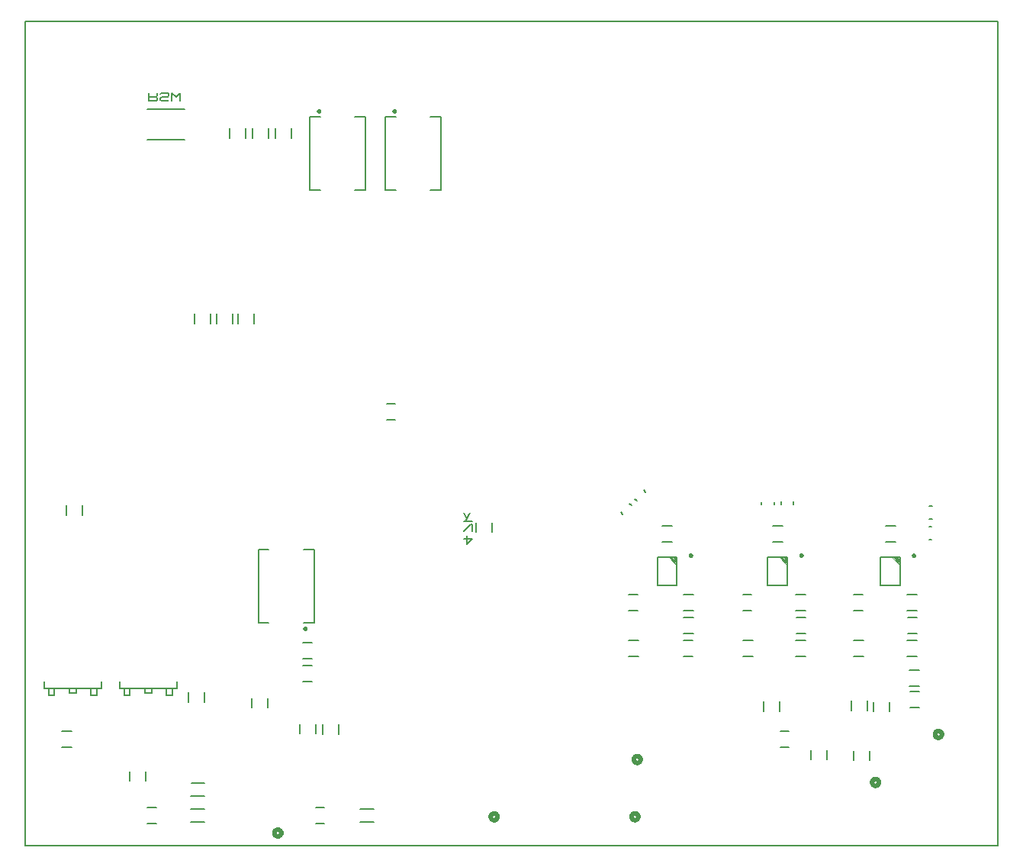
<source format=gbr>
G04 PROTEUS RS274X GERBER FILE*
%FSLAX45Y45*%
%MOMM*%
G01*
%ADD41C,0.203200*%
%ADD50C,0.200000*%
%ADD54C,0.250000*%
%ADD55C,0.100000*%
%ADD11C,0.508000*%
D41*
X-1079500Y-6413500D02*
X+9715500Y-6413500D01*
X+9715500Y+2730500D01*
X-1079500Y+2730500D01*
X-1079500Y-6413500D01*
D50*
X+3029200Y-1690200D02*
X+2929200Y-1690200D01*
X+3029200Y-1510200D02*
X+2929200Y-1510200D01*
D41*
X-235700Y-4597400D02*
X-235700Y-4673600D01*
X-870700Y-4673600D01*
X-870700Y-4597400D01*
X-515100Y-4673600D02*
X-515100Y-4724400D01*
X-591300Y-4724400D01*
X-591300Y-4673600D01*
X-286500Y-4673600D02*
X-286500Y-4749800D01*
X-350000Y-4749800D01*
X-350000Y-4673600D01*
X-819900Y-4673600D02*
X-819900Y-4749800D01*
X-756400Y-4749800D01*
X-756400Y-4673600D02*
X-756400Y-4749800D01*
X+602500Y-4597400D02*
X+602500Y-4673600D01*
X-32500Y-4673600D01*
X-32500Y-4597400D01*
X+323100Y-4673600D02*
X+323100Y-4724400D01*
X+246900Y-4724400D01*
X+246900Y-4673600D01*
X+551700Y-4673600D02*
X+551700Y-4749800D01*
X+488200Y-4749800D01*
X+488200Y-4673600D01*
X+18300Y-4673600D02*
X+18300Y-4749800D01*
X+81800Y-4749800D01*
X+81800Y-4673600D02*
X+81800Y-4749800D01*
D50*
X+1185080Y+1432438D02*
X+1185080Y+1542438D01*
X+1365080Y+1432438D02*
X+1365080Y+1542438D01*
X+1693080Y+1432438D02*
X+1693080Y+1542438D01*
X+1873080Y+1432438D02*
X+1873080Y+1542438D01*
X+1439080Y+1432438D02*
X+1439080Y+1542438D01*
X+1619080Y+1432438D02*
X+1619080Y+1542438D01*
X+1281600Y-624100D02*
X+1281600Y-514100D01*
X+1461600Y-624100D02*
X+1461600Y-514100D01*
X+799000Y-624100D02*
X+799000Y-514100D01*
X+979000Y-624100D02*
X+979000Y-514100D01*
X+1040300Y-624100D02*
X+1040300Y-514100D01*
X+1220300Y-624100D02*
X+1220300Y-514100D01*
X-564100Y-5322400D02*
X-674100Y-5322400D01*
X-564100Y-5142400D02*
X-674100Y-5142400D01*
X+728400Y-4819900D02*
X+728400Y-4709900D01*
X+908400Y-4819900D02*
X+908400Y-4709900D01*
X+3922270Y-2933830D02*
X+3922270Y-2833830D01*
X+4102270Y-2933830D02*
X+4102270Y-2833830D01*
D41*
X+3820830Y-2979080D02*
X+3820830Y-3074330D01*
X+3881790Y-3010830D01*
X+3790350Y-3010830D01*
X+3881790Y-2931455D02*
X+3881790Y-2852080D01*
X+3866550Y-2852080D01*
X+3790350Y-2931455D01*
X+3881790Y-2820330D02*
X+3790350Y-2820330D01*
X+3805590Y-2820330D02*
X+3851310Y-2725080D01*
X+3820830Y-2788580D02*
X+3790350Y-2725080D01*
D54*
X+6316500Y-3195902D02*
X+6316457Y-3194863D01*
X+6316105Y-3192784D01*
X+6315368Y-3190705D01*
X+6314164Y-3188626D01*
X+6312323Y-3186576D01*
X+6310244Y-3185073D01*
X+6308165Y-3184116D01*
X+6306086Y-3183577D01*
X+6304007Y-3183402D01*
X+6304000Y-3183402D01*
X+6291500Y-3195902D02*
X+6291543Y-3194863D01*
X+6291895Y-3192784D01*
X+6292632Y-3190705D01*
X+6293836Y-3188626D01*
X+6295677Y-3186576D01*
X+6297756Y-3185073D01*
X+6299835Y-3184116D01*
X+6301914Y-3183577D01*
X+6303993Y-3183402D01*
X+6304000Y-3183402D01*
X+6291500Y-3195902D02*
X+6291543Y-3196941D01*
X+6291895Y-3199020D01*
X+6292632Y-3201099D01*
X+6293836Y-3203178D01*
X+6295677Y-3205228D01*
X+6297756Y-3206731D01*
X+6299835Y-3207688D01*
X+6301914Y-3208227D01*
X+6303993Y-3208402D01*
X+6304000Y-3208402D01*
X+6316500Y-3195902D02*
X+6316457Y-3196941D01*
X+6316105Y-3199020D01*
X+6315368Y-3201099D01*
X+6314164Y-3203178D01*
X+6312323Y-3205228D01*
X+6310244Y-3206731D01*
X+6308165Y-3207688D01*
X+6306086Y-3208227D01*
X+6304007Y-3208402D01*
X+6304000Y-3208402D01*
D50*
X+6154000Y-3525902D02*
X+5934000Y-3525902D01*
X+5934000Y-3215902D01*
X+6154000Y-3215902D01*
X+6154000Y-3525902D01*
D55*
X+6154000Y-3225902D02*
X+6144000Y-3215902D01*
X+6154000Y-3235902D02*
X+6134000Y-3215902D01*
X+6154000Y-3245902D02*
X+6124000Y-3215902D01*
X+6154000Y-3255902D02*
X+6114000Y-3215902D01*
X+6154000Y-3265902D02*
X+6104000Y-3215902D01*
X+6154000Y-3275902D02*
X+6094000Y-3215902D01*
X+6154000Y-3285902D02*
X+6084000Y-3215902D01*
X+6154000Y-3295902D02*
X+6074000Y-3215902D01*
X+6154000Y-3305902D02*
X+6064000Y-3215902D01*
D54*
X+7543607Y-3195533D02*
X+7543564Y-3194494D01*
X+7543212Y-3192415D01*
X+7542475Y-3190336D01*
X+7541271Y-3188257D01*
X+7539430Y-3186207D01*
X+7537351Y-3184704D01*
X+7535272Y-3183747D01*
X+7533193Y-3183208D01*
X+7531114Y-3183033D01*
X+7531107Y-3183033D01*
X+7518607Y-3195533D02*
X+7518650Y-3194494D01*
X+7519002Y-3192415D01*
X+7519739Y-3190336D01*
X+7520943Y-3188257D01*
X+7522784Y-3186207D01*
X+7524863Y-3184704D01*
X+7526942Y-3183747D01*
X+7529021Y-3183208D01*
X+7531100Y-3183033D01*
X+7531107Y-3183033D01*
X+7518607Y-3195533D02*
X+7518650Y-3196572D01*
X+7519002Y-3198651D01*
X+7519739Y-3200730D01*
X+7520943Y-3202809D01*
X+7522784Y-3204859D01*
X+7524863Y-3206362D01*
X+7526942Y-3207319D01*
X+7529021Y-3207858D01*
X+7531100Y-3208033D01*
X+7531107Y-3208033D01*
X+7543607Y-3195533D02*
X+7543564Y-3196572D01*
X+7543212Y-3198651D01*
X+7542475Y-3200730D01*
X+7541271Y-3202809D01*
X+7539430Y-3204859D01*
X+7537351Y-3206362D01*
X+7535272Y-3207319D01*
X+7533193Y-3207858D01*
X+7531114Y-3208033D01*
X+7531107Y-3208033D01*
D50*
X+7381107Y-3525533D02*
X+7161107Y-3525533D01*
X+7161107Y-3215533D01*
X+7381107Y-3215533D01*
X+7381107Y-3525533D01*
D55*
X+7381107Y-3225533D02*
X+7371107Y-3215533D01*
X+7381107Y-3235533D02*
X+7361107Y-3215533D01*
X+7381107Y-3245533D02*
X+7351107Y-3215533D01*
X+7381107Y-3255533D02*
X+7341107Y-3215533D01*
X+7381107Y-3265533D02*
X+7331107Y-3215533D01*
X+7381107Y-3275533D02*
X+7321107Y-3215533D01*
X+7381107Y-3285533D02*
X+7311107Y-3215533D01*
X+7381107Y-3295533D02*
X+7301107Y-3215533D01*
X+7381107Y-3305533D02*
X+7291107Y-3215533D01*
D54*
X+8793369Y-3197033D02*
X+8793326Y-3195994D01*
X+8792974Y-3193915D01*
X+8792237Y-3191836D01*
X+8791033Y-3189757D01*
X+8789192Y-3187707D01*
X+8787113Y-3186204D01*
X+8785034Y-3185247D01*
X+8782955Y-3184708D01*
X+8780876Y-3184533D01*
X+8780869Y-3184533D01*
X+8768369Y-3197033D02*
X+8768412Y-3195994D01*
X+8768764Y-3193915D01*
X+8769501Y-3191836D01*
X+8770705Y-3189757D01*
X+8772546Y-3187707D01*
X+8774625Y-3186204D01*
X+8776704Y-3185247D01*
X+8778783Y-3184708D01*
X+8780862Y-3184533D01*
X+8780869Y-3184533D01*
X+8768369Y-3197033D02*
X+8768412Y-3198072D01*
X+8768764Y-3200151D01*
X+8769501Y-3202230D01*
X+8770705Y-3204309D01*
X+8772546Y-3206359D01*
X+8774625Y-3207862D01*
X+8776704Y-3208819D01*
X+8778783Y-3209358D01*
X+8780862Y-3209533D01*
X+8780869Y-3209533D01*
X+8793369Y-3197033D02*
X+8793326Y-3198072D01*
X+8792974Y-3200151D01*
X+8792237Y-3202230D01*
X+8791033Y-3204309D01*
X+8789192Y-3206359D01*
X+8787113Y-3207862D01*
X+8785034Y-3208819D01*
X+8782955Y-3209358D01*
X+8780876Y-3209533D01*
X+8780869Y-3209533D01*
D50*
X+8630869Y-3527033D02*
X+8410869Y-3527033D01*
X+8410869Y-3217033D01*
X+8630869Y-3217033D01*
X+8630869Y-3527033D01*
D55*
X+8630869Y-3227033D02*
X+8620869Y-3217033D01*
X+8630869Y-3237033D02*
X+8610869Y-3217033D01*
X+8630869Y-3247033D02*
X+8600869Y-3217033D01*
X+8630869Y-3257033D02*
X+8590869Y-3217033D01*
X+8630869Y-3267033D02*
X+8580869Y-3217033D01*
X+8630869Y-3277033D02*
X+8570869Y-3217033D01*
X+8630869Y-3287033D02*
X+8560869Y-3217033D01*
X+8630869Y-3297033D02*
X+8550869Y-3217033D01*
X+8630869Y-3307033D02*
X+8540869Y-3217033D01*
D50*
X+6100500Y-3047402D02*
X+5990500Y-3047402D01*
X+6100500Y-2867402D02*
X+5990500Y-2867402D01*
X+7327607Y-3047033D02*
X+7217607Y-3047033D01*
X+7327607Y-2867033D02*
X+7217607Y-2867033D01*
X+8577369Y-3048533D02*
X+8467369Y-3048533D01*
X+8577369Y-2868533D02*
X+8467369Y-2868533D01*
X+6337000Y-3809402D02*
X+6227000Y-3809402D01*
X+6337000Y-3629402D02*
X+6227000Y-3629402D01*
X+7581607Y-3809033D02*
X+7471607Y-3809033D01*
X+7581607Y-3629033D02*
X+7471607Y-3629033D01*
X+8813869Y-3809033D02*
X+8703869Y-3809033D01*
X+8813869Y-3629033D02*
X+8703869Y-3629033D01*
X+6337000Y-4063402D02*
X+6227000Y-4063402D01*
X+6337000Y-3883402D02*
X+6227000Y-3883402D01*
X+5729500Y-4317402D02*
X+5619500Y-4317402D01*
X+5729500Y-4137402D02*
X+5619500Y-4137402D01*
X+5619500Y-3629402D02*
X+5719500Y-3629402D01*
X+5619500Y-3809402D02*
X+5719500Y-3809402D01*
X+6327000Y-4317402D02*
X+6227000Y-4317402D01*
X+6327000Y-4137402D02*
X+6227000Y-4137402D01*
X+6882607Y-3629033D02*
X+6982607Y-3629033D01*
X+6882607Y-3809033D02*
X+6982607Y-3809033D01*
X+7581607Y-4063033D02*
X+7481607Y-4063033D01*
X+7581607Y-3883033D02*
X+7481607Y-3883033D01*
X+8114869Y-3629033D02*
X+8214869Y-3629033D01*
X+8114869Y-3809033D02*
X+8214869Y-3809033D01*
X+8813869Y-4063033D02*
X+8713869Y-4063033D01*
X+8813869Y-3883033D02*
X+8713869Y-3883033D01*
X+6992607Y-4317033D02*
X+6882607Y-4317033D01*
X+6992607Y-4137033D02*
X+6882607Y-4137033D01*
X+7581607Y-4317033D02*
X+7471607Y-4317033D01*
X+7581607Y-4137033D02*
X+7471607Y-4137033D01*
X+8224869Y-4317033D02*
X+8114869Y-4317033D01*
X+8224869Y-4137033D02*
X+8114869Y-4137033D01*
X+8813869Y-4317033D02*
X+8703869Y-4317033D01*
X+8813869Y-4137033D02*
X+8703869Y-4137033D01*
X+7290900Y-4811500D02*
X+7290900Y-4921500D01*
X+7110900Y-4811500D02*
X+7110900Y-4921500D01*
X+8268800Y-4810376D02*
X+8268800Y-4920376D01*
X+8088800Y-4810376D02*
X+8088800Y-4920376D01*
X+2401400Y-5073400D02*
X+2401400Y-5183400D01*
X+2221400Y-5073400D02*
X+2221400Y-5183400D01*
X-623400Y-2749800D02*
X-623400Y-2639800D01*
X-443400Y-2749800D02*
X-443400Y-2639800D01*
D41*
X+756920Y-6156960D02*
X+909320Y-6156960D01*
X+759460Y-6009640D02*
X+909320Y-6009640D01*
D11*
X+9093200Y-5181500D02*
X+9093069Y-5178342D01*
X+9092003Y-5172024D01*
X+9089772Y-5165706D01*
X+9086127Y-5159388D01*
X+9080552Y-5153149D01*
X+9074234Y-5148553D01*
X+9067916Y-5145620D01*
X+9061598Y-5143958D01*
X+9055280Y-5143400D01*
X+9055100Y-5143400D01*
X+9017000Y-5181500D02*
X+9017131Y-5178342D01*
X+9018197Y-5172024D01*
X+9020428Y-5165706D01*
X+9024073Y-5159388D01*
X+9029648Y-5153149D01*
X+9035966Y-5148553D01*
X+9042284Y-5145620D01*
X+9048602Y-5143958D01*
X+9054920Y-5143400D01*
X+9055100Y-5143400D01*
X+9017000Y-5181500D02*
X+9017131Y-5184658D01*
X+9018197Y-5190976D01*
X+9020428Y-5197294D01*
X+9024073Y-5203612D01*
X+9029648Y-5209851D01*
X+9035966Y-5214447D01*
X+9042284Y-5217380D01*
X+9048602Y-5219042D01*
X+9054920Y-5219600D01*
X+9055100Y-5219600D01*
X+9093200Y-5181500D02*
X+9093069Y-5184658D01*
X+9092003Y-5190976D01*
X+9089772Y-5197294D01*
X+9086127Y-5203612D01*
X+9080552Y-5209851D01*
X+9074234Y-5214447D01*
X+9067916Y-5217380D01*
X+9061598Y-5219042D01*
X+9055280Y-5219600D01*
X+9055100Y-5219600D01*
D50*
X+8294200Y-5367600D02*
X+8294200Y-5467600D01*
X+8114200Y-5367600D02*
X+8114200Y-5467600D01*
X+7298000Y-5142400D02*
X+7398000Y-5142400D01*
X+7298000Y-5322400D02*
X+7398000Y-5322400D01*
X+7821100Y-5354900D02*
X+7821100Y-5454900D01*
X+7641100Y-5354900D02*
X+7641100Y-5454900D01*
X+8738416Y-4703216D02*
X+8838416Y-4703216D01*
X+8738416Y-4883216D02*
X+8838416Y-4883216D01*
X+372800Y-6173300D02*
X+272800Y-6173300D01*
X+372800Y-5993300D02*
X+272800Y-5993300D01*
X+2000000Y-4418500D02*
X+2100000Y-4418500D01*
X+2000000Y-4598500D02*
X+2100000Y-4598500D01*
X+2000000Y-4164500D02*
X+2100000Y-4164500D01*
X+2000000Y-4344500D02*
X+2100000Y-4344500D01*
X+1967400Y-5173400D02*
X+1967400Y-5073400D01*
X+2147400Y-5173400D02*
X+2147400Y-5073400D01*
X+1614000Y-4781300D02*
X+1614000Y-4881300D01*
X+1434000Y-4781300D02*
X+1434000Y-4881300D01*
D11*
X+8394600Y-5715000D02*
X+8394469Y-5711842D01*
X+8393403Y-5705524D01*
X+8391172Y-5699206D01*
X+8387527Y-5692888D01*
X+8381952Y-5686649D01*
X+8375634Y-5682053D01*
X+8369316Y-5679120D01*
X+8362998Y-5677458D01*
X+8356680Y-5676900D01*
X+8356500Y-5676900D01*
X+8318400Y-5715000D02*
X+8318531Y-5711842D01*
X+8319597Y-5705524D01*
X+8321828Y-5699206D01*
X+8325473Y-5692888D01*
X+8331048Y-5686649D01*
X+8337366Y-5682053D01*
X+8343684Y-5679120D01*
X+8350002Y-5677458D01*
X+8356320Y-5676900D01*
X+8356500Y-5676900D01*
X+8318400Y-5715000D02*
X+8318531Y-5718158D01*
X+8319597Y-5724476D01*
X+8321828Y-5730794D01*
X+8325473Y-5737112D01*
X+8331048Y-5743351D01*
X+8337366Y-5747947D01*
X+8343684Y-5750880D01*
X+8350002Y-5752542D01*
X+8356320Y-5753100D01*
X+8356500Y-5753100D01*
X+8394600Y-5715000D02*
X+8394469Y-5718158D01*
X+8393403Y-5724476D01*
X+8391172Y-5730794D01*
X+8387527Y-5737112D01*
X+8381952Y-5743351D01*
X+8375634Y-5747947D01*
X+8369316Y-5750880D01*
X+8362998Y-5752542D01*
X+8356680Y-5753100D01*
X+8356500Y-5753100D01*
X+4162600Y-6096000D02*
X+4162469Y-6092842D01*
X+4161403Y-6086524D01*
X+4159172Y-6080206D01*
X+4155527Y-6073888D01*
X+4149952Y-6067649D01*
X+4143634Y-6063053D01*
X+4137316Y-6060120D01*
X+4130998Y-6058458D01*
X+4124680Y-6057900D01*
X+4124500Y-6057900D01*
X+4086400Y-6096000D02*
X+4086531Y-6092842D01*
X+4087597Y-6086524D01*
X+4089828Y-6080206D01*
X+4093473Y-6073888D01*
X+4099048Y-6067649D01*
X+4105366Y-6063053D01*
X+4111684Y-6060120D01*
X+4118002Y-6058458D01*
X+4124320Y-6057900D01*
X+4124500Y-6057900D01*
X+4086400Y-6096000D02*
X+4086531Y-6099158D01*
X+4087597Y-6105476D01*
X+4089828Y-6111794D01*
X+4093473Y-6118112D01*
X+4099048Y-6124351D01*
X+4105366Y-6128947D01*
X+4111684Y-6131880D01*
X+4118002Y-6133542D01*
X+4124320Y-6134100D01*
X+4124500Y-6134100D01*
X+4162600Y-6096000D02*
X+4162469Y-6099158D01*
X+4161403Y-6105476D01*
X+4159172Y-6111794D01*
X+4155527Y-6118112D01*
X+4149952Y-6124351D01*
X+4143634Y-6128947D01*
X+4137316Y-6131880D01*
X+4130998Y-6133542D01*
X+4124680Y-6134100D01*
X+4124500Y-6134100D01*
X+5724600Y-6096000D02*
X+5724469Y-6092842D01*
X+5723403Y-6086524D01*
X+5721172Y-6080206D01*
X+5717527Y-6073888D01*
X+5711952Y-6067649D01*
X+5705634Y-6063053D01*
X+5699316Y-6060120D01*
X+5692998Y-6058458D01*
X+5686680Y-6057900D01*
X+5686500Y-6057900D01*
X+5648400Y-6096000D02*
X+5648531Y-6092842D01*
X+5649597Y-6086524D01*
X+5651828Y-6080206D01*
X+5655473Y-6073888D01*
X+5661048Y-6067649D01*
X+5667366Y-6063053D01*
X+5673684Y-6060120D01*
X+5680002Y-6058458D01*
X+5686320Y-6057900D01*
X+5686500Y-6057900D01*
X+5648400Y-6096000D02*
X+5648531Y-6099158D01*
X+5649597Y-6105476D01*
X+5651828Y-6111794D01*
X+5655473Y-6118112D01*
X+5661048Y-6124351D01*
X+5667366Y-6128947D01*
X+5673684Y-6131880D01*
X+5680002Y-6133542D01*
X+5686320Y-6134100D01*
X+5686500Y-6134100D01*
X+5724600Y-6096000D02*
X+5724469Y-6099158D01*
X+5723403Y-6105476D01*
X+5721172Y-6111794D01*
X+5717527Y-6118112D01*
X+5711952Y-6124351D01*
X+5705634Y-6128947D01*
X+5699316Y-6131880D01*
X+5692998Y-6133542D01*
X+5686680Y-6134100D01*
X+5686500Y-6134100D01*
X+5750100Y-5461000D02*
X+5749969Y-5457842D01*
X+5748903Y-5451524D01*
X+5746672Y-5445206D01*
X+5743027Y-5438888D01*
X+5737452Y-5432649D01*
X+5731134Y-5428053D01*
X+5724816Y-5425120D01*
X+5718498Y-5423458D01*
X+5712180Y-5422900D01*
X+5712000Y-5422900D01*
X+5673900Y-5461000D02*
X+5674031Y-5457842D01*
X+5675097Y-5451524D01*
X+5677328Y-5445206D01*
X+5680973Y-5438888D01*
X+5686548Y-5432649D01*
X+5692866Y-5428053D01*
X+5699184Y-5425120D01*
X+5705502Y-5423458D01*
X+5711820Y-5422900D01*
X+5712000Y-5422900D01*
X+5673900Y-5461000D02*
X+5674031Y-5464158D01*
X+5675097Y-5470476D01*
X+5677328Y-5476794D01*
X+5680973Y-5483112D01*
X+5686548Y-5489351D01*
X+5692866Y-5493947D01*
X+5699184Y-5496880D01*
X+5705502Y-5498542D01*
X+5711820Y-5499100D01*
X+5712000Y-5499100D01*
X+5750100Y-5461000D02*
X+5749969Y-5464158D01*
X+5748903Y-5470476D01*
X+5746672Y-5476794D01*
X+5743027Y-5483112D01*
X+5737452Y-5489351D01*
X+5731134Y-5493947D01*
X+5724816Y-5496880D01*
X+5718498Y-5498542D01*
X+5712180Y-5499100D01*
X+5712000Y-5499100D01*
X+1761085Y-6276892D02*
X+1760954Y-6273734D01*
X+1759888Y-6267416D01*
X+1757657Y-6261098D01*
X+1754012Y-6254780D01*
X+1748437Y-6248541D01*
X+1742119Y-6243945D01*
X+1735801Y-6241012D01*
X+1729483Y-6239350D01*
X+1723165Y-6238792D01*
X+1722985Y-6238792D01*
X+1684885Y-6276892D02*
X+1685016Y-6273734D01*
X+1686082Y-6267416D01*
X+1688313Y-6261098D01*
X+1691958Y-6254780D01*
X+1697533Y-6248541D01*
X+1703851Y-6243945D01*
X+1710169Y-6241012D01*
X+1716487Y-6239350D01*
X+1722805Y-6238792D01*
X+1722985Y-6238792D01*
X+1684885Y-6276892D02*
X+1685016Y-6280050D01*
X+1686082Y-6286368D01*
X+1688313Y-6292686D01*
X+1691958Y-6299004D01*
X+1697533Y-6305243D01*
X+1703851Y-6309839D01*
X+1710169Y-6312772D01*
X+1716487Y-6314434D01*
X+1722805Y-6314992D01*
X+1722985Y-6314992D01*
X+1761085Y-6276892D02*
X+1760954Y-6280050D01*
X+1759888Y-6286368D01*
X+1757657Y-6292686D01*
X+1754012Y-6299004D01*
X+1748437Y-6305243D01*
X+1742119Y-6309839D01*
X+1735801Y-6312772D01*
X+1729483Y-6314434D01*
X+1723165Y-6314992D01*
X+1722985Y-6314992D01*
D54*
X+2038600Y-4007700D02*
X+2038557Y-4006661D01*
X+2038205Y-4004582D01*
X+2037468Y-4002503D01*
X+2036264Y-4000424D01*
X+2034423Y-3998374D01*
X+2032344Y-3996871D01*
X+2030265Y-3995914D01*
X+2028186Y-3995375D01*
X+2026107Y-3995200D01*
X+2026100Y-3995200D01*
X+2013600Y-4007700D02*
X+2013643Y-4006661D01*
X+2013995Y-4004582D01*
X+2014732Y-4002503D01*
X+2015936Y-4000424D01*
X+2017777Y-3998374D01*
X+2019856Y-3996871D01*
X+2021935Y-3995914D01*
X+2024014Y-3995375D01*
X+2026093Y-3995200D01*
X+2026100Y-3995200D01*
X+2013600Y-4007700D02*
X+2013643Y-4008739D01*
X+2013995Y-4010818D01*
X+2014732Y-4012897D01*
X+2015936Y-4014976D01*
X+2017777Y-4017026D01*
X+2019856Y-4018529D01*
X+2021935Y-4019486D01*
X+2024014Y-4020025D01*
X+2026093Y-4020200D01*
X+2026100Y-4020200D01*
X+2038600Y-4007700D02*
X+2038557Y-4008739D01*
X+2038205Y-4010818D01*
X+2037468Y-4012897D01*
X+2036264Y-4014976D01*
X+2034423Y-4017026D01*
X+2032344Y-4018529D01*
X+2030265Y-4019486D01*
X+2028186Y-4020025D01*
X+2026107Y-4020200D01*
X+2026100Y-4020200D01*
D50*
X+2008600Y-3942700D02*
X+2126100Y-3942700D01*
X+2126100Y-3132700D01*
X+2008600Y-3132700D01*
X+1623600Y-3942700D02*
X+1506100Y-3942700D01*
X+1506100Y-3132700D01*
X+1623600Y-3132700D01*
X+5550709Y-2739804D02*
X+5529496Y-2718591D01*
X+5649704Y-2640809D02*
X+5628491Y-2619596D01*
X+5706998Y-2592893D02*
X+5685785Y-2571680D01*
X+5805993Y-2493898D02*
X+5784780Y-2472685D01*
X+7092800Y-2632800D02*
X+7092800Y-2602800D01*
X+7232800Y-2632800D02*
X+7232800Y-2602800D01*
X+7308700Y-2629600D02*
X+7308700Y-2599600D01*
X+7448700Y-2629600D02*
X+7448700Y-2599600D01*
X+8952800Y-2647800D02*
X+8982800Y-2647800D01*
X+8952800Y-2787800D02*
X+8982800Y-2787800D01*
X+8949600Y-2876400D02*
X+8979600Y-2876400D01*
X+8949600Y-3016400D02*
X+8979600Y-3016400D01*
D41*
X+2636520Y-6156960D02*
X+2788920Y-6156960D01*
X+2639060Y-6009640D02*
X+2788920Y-6009640D01*
D50*
X+2241800Y-6173300D02*
X+2141800Y-6173300D01*
X+2241800Y-5993300D02*
X+2141800Y-5993300D01*
D41*
X+759460Y-5864860D02*
X+911860Y-5864860D01*
X+762000Y-5717540D02*
X+911860Y-5717540D01*
D50*
X+75100Y-5696200D02*
X+75100Y-5596200D01*
X+255100Y-5696200D02*
X+255100Y-5596200D01*
X+277800Y+1757500D02*
X+687800Y+1757500D01*
X+277800Y+1417500D02*
X+687800Y+1417500D01*
D41*
X+292300Y+1935820D02*
X+292300Y+1844380D01*
X+371675Y+1844380D01*
X+387550Y+1859620D01*
X+387550Y+1874860D01*
X+371675Y+1890100D01*
X+292300Y+1890100D01*
X+371675Y+1890100D02*
X+387550Y+1905340D01*
X+387550Y+1935820D01*
X+419300Y+1920580D02*
X+435175Y+1935820D01*
X+498675Y+1935820D01*
X+514550Y+1920580D01*
X+514550Y+1905340D01*
X+498675Y+1890100D01*
X+435175Y+1890100D01*
X+419300Y+1874860D01*
X+419300Y+1859620D01*
X+435175Y+1844380D01*
X+498675Y+1844380D01*
X+514550Y+1859620D01*
X+546300Y+1844380D02*
X+546300Y+1935820D01*
X+593925Y+1890100D01*
X+641550Y+1935820D01*
X+641550Y+1844380D01*
D50*
X+8845800Y-4649300D02*
X+8735800Y-4649300D01*
X+8845800Y-4469300D02*
X+8735800Y-4469300D01*
X+8510100Y-4821500D02*
X+8510100Y-4921500D01*
X+8330100Y-4821500D02*
X+8330100Y-4921500D01*
D54*
X+3028300Y+1734400D02*
X+3028257Y+1735439D01*
X+3027905Y+1737518D01*
X+3027168Y+1739597D01*
X+3025964Y+1741676D01*
X+3024123Y+1743726D01*
X+3022044Y+1745229D01*
X+3019965Y+1746186D01*
X+3017886Y+1746725D01*
X+3015807Y+1746900D01*
X+3015800Y+1746900D01*
X+3003300Y+1734400D02*
X+3003343Y+1735439D01*
X+3003695Y+1737518D01*
X+3004432Y+1739597D01*
X+3005636Y+1741676D01*
X+3007477Y+1743726D01*
X+3009556Y+1745229D01*
X+3011635Y+1746186D01*
X+3013714Y+1746725D01*
X+3015793Y+1746900D01*
X+3015800Y+1746900D01*
X+3003300Y+1734400D02*
X+3003343Y+1733361D01*
X+3003695Y+1731282D01*
X+3004432Y+1729203D01*
X+3005636Y+1727124D01*
X+3007477Y+1725074D01*
X+3009556Y+1723571D01*
X+3011635Y+1722614D01*
X+3013714Y+1722075D01*
X+3015793Y+1721900D01*
X+3015800Y+1721900D01*
X+3028300Y+1734400D02*
X+3028257Y+1733361D01*
X+3027905Y+1731282D01*
X+3027168Y+1729203D01*
X+3025964Y+1727124D01*
X+3024123Y+1725074D01*
X+3022044Y+1723571D01*
X+3019965Y+1722614D01*
X+3017886Y+1722075D01*
X+3015807Y+1721900D01*
X+3015800Y+1721900D01*
D50*
X+3033300Y+1669400D02*
X+2915800Y+1669400D01*
X+2915800Y+859400D01*
X+3033300Y+859400D01*
X+3418300Y+1669400D02*
X+3535800Y+1669400D01*
X+3535800Y+859400D01*
X+3418300Y+859400D01*
D54*
X+2190100Y+1732900D02*
X+2190057Y+1733939D01*
X+2189705Y+1736018D01*
X+2188968Y+1738097D01*
X+2187764Y+1740176D01*
X+2185923Y+1742226D01*
X+2183844Y+1743729D01*
X+2181765Y+1744686D01*
X+2179686Y+1745225D01*
X+2177607Y+1745400D01*
X+2177600Y+1745400D01*
X+2165100Y+1732900D02*
X+2165143Y+1733939D01*
X+2165495Y+1736018D01*
X+2166232Y+1738097D01*
X+2167436Y+1740176D01*
X+2169277Y+1742226D01*
X+2171356Y+1743729D01*
X+2173435Y+1744686D01*
X+2175514Y+1745225D01*
X+2177593Y+1745400D01*
X+2177600Y+1745400D01*
X+2165100Y+1732900D02*
X+2165143Y+1731861D01*
X+2165495Y+1729782D01*
X+2166232Y+1727703D01*
X+2167436Y+1725624D01*
X+2169277Y+1723574D01*
X+2171356Y+1722071D01*
X+2173435Y+1721114D01*
X+2175514Y+1720575D01*
X+2177593Y+1720400D01*
X+2177600Y+1720400D01*
X+2190100Y+1732900D02*
X+2190057Y+1731861D01*
X+2189705Y+1729782D01*
X+2188968Y+1727703D01*
X+2187764Y+1725624D01*
X+2185923Y+1723574D01*
X+2183844Y+1722071D01*
X+2181765Y+1721114D01*
X+2179686Y+1720575D01*
X+2177607Y+1720400D01*
X+2177600Y+1720400D01*
D50*
X+2195100Y+1667900D02*
X+2077600Y+1667900D01*
X+2077600Y+857900D01*
X+2195100Y+857900D01*
X+2580100Y+1667900D02*
X+2697600Y+1667900D01*
X+2697600Y+857900D01*
X+2580100Y+857900D01*
M02*

</source>
